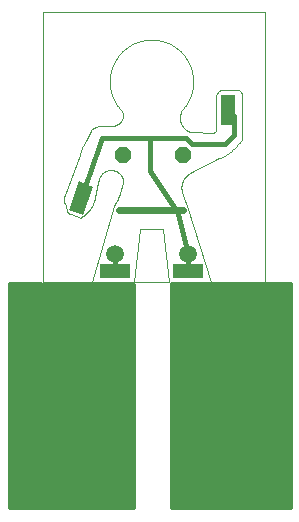
<source format=gbl>
G75*
%MOIN*%
%OFA0B0*%
%FSLAX25Y25*%
%IPPOS*%
%LPD*%
%AMOC8*
5,1,8,0,0,1.08239X$1,22.5*
%
%ADD10C,0.00000*%
%ADD11OC8,0.05200*%
%ADD12R,0.05000X0.10000*%
%ADD13R,0.10000X0.05000*%
%ADD14C,0.01600*%
%ADD15C,0.05906*%
%ADD16C,0.02400*%
%ADD17C,0.05315*%
D10*
X0026000Y0086000D02*
X0026000Y0176000D01*
X0100000Y0176000D01*
X0100000Y0086000D01*
X0082000Y0086000D01*
X0074400Y0110500D01*
X0072900Y0115000D01*
X0072901Y0115000D02*
X0072836Y0115130D01*
X0072774Y0115261D01*
X0072717Y0115394D01*
X0072662Y0115529D01*
X0072612Y0115664D01*
X0072565Y0115802D01*
X0072521Y0115940D01*
X0072482Y0116079D01*
X0072446Y0116220D01*
X0072413Y0116361D01*
X0072385Y0116503D01*
X0072360Y0116646D01*
X0072340Y0116790D01*
X0072323Y0116934D01*
X0072309Y0117078D01*
X0072300Y0117223D01*
X0072295Y0117368D01*
X0072293Y0117513D01*
X0072295Y0117658D01*
X0072301Y0117802D01*
X0072311Y0117947D01*
X0072325Y0118091D01*
X0072343Y0118235D01*
X0072364Y0118379D01*
X0072390Y0118522D01*
X0072419Y0118664D01*
X0072452Y0118805D01*
X0072488Y0118945D01*
X0072529Y0119084D01*
X0072573Y0119222D01*
X0072620Y0119359D01*
X0072672Y0119495D01*
X0072726Y0119629D01*
X0072785Y0119762D01*
X0072847Y0119893D01*
X0072912Y0120022D01*
X0072981Y0120150D01*
X0073053Y0120276D01*
X0073129Y0120399D01*
X0073208Y0120521D01*
X0073290Y0120641D01*
X0073375Y0120758D01*
X0073463Y0120873D01*
X0073555Y0120986D01*
X0073649Y0121096D01*
X0073746Y0121203D01*
X0073846Y0121308D01*
X0073949Y0121411D01*
X0074054Y0121510D01*
X0074162Y0121607D01*
X0074273Y0121701D01*
X0074386Y0121791D01*
X0074501Y0121879D01*
X0074619Y0121964D01*
X0074739Y0122045D01*
X0074861Y0122123D01*
X0074985Y0122198D01*
X0075111Y0122270D01*
X0075239Y0122338D01*
X0075239Y0122339D02*
X0084966Y0127339D01*
X0082776Y0135728D02*
X0075900Y0136000D01*
X0075767Y0136016D01*
X0075634Y0136037D01*
X0075502Y0136062D01*
X0075371Y0136090D01*
X0075241Y0136123D01*
X0075112Y0136159D01*
X0074984Y0136199D01*
X0074857Y0136243D01*
X0074731Y0136291D01*
X0074607Y0136342D01*
X0074485Y0136397D01*
X0074364Y0136455D01*
X0074245Y0136518D01*
X0074128Y0136583D01*
X0074013Y0136652D01*
X0073900Y0136725D01*
X0073789Y0136800D01*
X0073681Y0136879D01*
X0073575Y0136961D01*
X0073471Y0137047D01*
X0073370Y0137135D01*
X0073272Y0137226D01*
X0073176Y0137320D01*
X0073083Y0137417D01*
X0072993Y0137517D01*
X0072907Y0137619D01*
X0072823Y0137724D01*
X0072742Y0137831D01*
X0072665Y0137941D01*
X0072590Y0138053D01*
X0072519Y0138167D01*
X0072452Y0138283D01*
X0072388Y0138401D01*
X0072328Y0138520D01*
X0072271Y0138642D01*
X0072218Y0138765D01*
X0072168Y0138890D01*
X0072122Y0139016D01*
X0072080Y0139143D01*
X0072042Y0139272D01*
X0072007Y0139402D01*
X0071977Y0139532D01*
X0071950Y0139664D01*
X0071927Y0139796D01*
X0071908Y0139929D01*
X0071893Y0140062D01*
X0071882Y0140196D01*
X0071875Y0140330D01*
X0071872Y0140464D01*
X0071873Y0140598D01*
X0071878Y0140733D01*
X0071887Y0140866D01*
X0071900Y0141000D01*
X0072160Y0143055D01*
X0084966Y0127338D02*
X0085328Y0127490D01*
X0085685Y0127651D01*
X0086039Y0127821D01*
X0086388Y0128000D01*
X0086733Y0128187D01*
X0087073Y0128382D01*
X0087409Y0128585D01*
X0087739Y0128797D01*
X0088064Y0129017D01*
X0088384Y0129244D01*
X0088698Y0129480D01*
X0089006Y0129722D01*
X0089308Y0129973D01*
X0089603Y0130230D01*
X0089893Y0130495D01*
X0090176Y0130767D01*
X0090452Y0131046D01*
X0090721Y0131331D01*
X0090983Y0131623D01*
X0091238Y0131921D01*
X0091486Y0132225D01*
X0091726Y0132535D01*
X0091959Y0132851D01*
X0092183Y0133172D01*
X0092400Y0133499D01*
X0092400Y0133500D02*
X0092400Y0148800D01*
X0091567Y0150000D02*
X0085914Y0150000D01*
X0085826Y0149998D01*
X0085739Y0149992D01*
X0085652Y0149983D01*
X0085565Y0149969D01*
X0085479Y0149952D01*
X0085394Y0149931D01*
X0085310Y0149907D01*
X0085227Y0149878D01*
X0085145Y0149846D01*
X0085065Y0149811D01*
X0084987Y0149772D01*
X0084910Y0149730D01*
X0084835Y0149684D01*
X0084762Y0149635D01*
X0084692Y0149583D01*
X0084624Y0149528D01*
X0084558Y0149470D01*
X0084495Y0149409D01*
X0084434Y0149346D01*
X0084377Y0149280D01*
X0084322Y0149211D01*
X0084271Y0149140D01*
X0084222Y0149067D01*
X0084177Y0148992D01*
X0084135Y0148915D01*
X0084097Y0148836D01*
X0084062Y0148756D01*
X0084031Y0148674D01*
X0084003Y0148591D01*
X0083979Y0148506D01*
X0083959Y0148421D01*
X0083942Y0148335D01*
X0083929Y0148248D01*
X0083920Y0148161D01*
X0083915Y0148073D01*
X0083914Y0147986D01*
X0083971Y0139000D01*
X0083739Y0136379D01*
X0083707Y0136319D01*
X0083672Y0136262D01*
X0083633Y0136206D01*
X0083592Y0136153D01*
X0083547Y0136102D01*
X0083500Y0136054D01*
X0083450Y0136009D01*
X0083397Y0135966D01*
X0083343Y0135927D01*
X0083286Y0135891D01*
X0083227Y0135858D01*
X0083166Y0135828D01*
X0083104Y0135802D01*
X0083040Y0135780D01*
X0082975Y0135761D01*
X0082909Y0135746D01*
X0082843Y0135735D01*
X0082776Y0135728D01*
X0092400Y0148800D02*
X0092372Y0148889D01*
X0092340Y0148976D01*
X0092305Y0149062D01*
X0092267Y0149147D01*
X0092225Y0149230D01*
X0092180Y0149311D01*
X0092132Y0149390D01*
X0092080Y0149468D01*
X0092026Y0149543D01*
X0091968Y0149616D01*
X0091908Y0149686D01*
X0091845Y0149755D01*
X0091779Y0149820D01*
X0091711Y0149883D01*
X0091640Y0149943D01*
X0091566Y0150000D01*
X0072159Y0143056D02*
X0072397Y0143299D01*
X0072628Y0143548D01*
X0072853Y0143802D01*
X0073072Y0144062D01*
X0073285Y0144328D01*
X0073491Y0144598D01*
X0073690Y0144873D01*
X0073882Y0145153D01*
X0074068Y0145438D01*
X0074247Y0145727D01*
X0074418Y0146020D01*
X0074582Y0146318D01*
X0074739Y0146619D01*
X0074889Y0146924D01*
X0075031Y0147233D01*
X0075166Y0147545D01*
X0075292Y0147861D01*
X0075412Y0148179D01*
X0075523Y0148500D01*
X0075626Y0148824D01*
X0075722Y0149150D01*
X0075809Y0149478D01*
X0075889Y0149809D01*
X0075960Y0150141D01*
X0076023Y0150475D01*
X0076079Y0150810D01*
X0076125Y0151147D01*
X0076164Y0151484D01*
X0076194Y0151823D01*
X0076217Y0152162D01*
X0076230Y0152502D01*
X0076236Y0152841D01*
X0076233Y0153181D01*
X0076222Y0153521D01*
X0076203Y0153860D01*
X0076175Y0154199D01*
X0076139Y0154537D01*
X0076095Y0154874D01*
X0076043Y0155210D01*
X0075982Y0155544D01*
X0075914Y0155877D01*
X0075837Y0156208D01*
X0075752Y0156537D01*
X0075659Y0156864D01*
X0075558Y0157188D01*
X0075450Y0157510D01*
X0075333Y0157830D01*
X0075209Y0158146D01*
X0075077Y0158459D01*
X0074937Y0158769D01*
X0074790Y0159075D01*
X0074636Y0159378D01*
X0074474Y0159677D01*
X0074305Y0159972D01*
X0074128Y0160262D01*
X0073945Y0160548D01*
X0073755Y0160830D01*
X0073558Y0161107D01*
X0073354Y0161379D01*
X0073144Y0161646D01*
X0072927Y0161907D01*
X0072704Y0162164D01*
X0072474Y0162415D01*
X0072239Y0162660D01*
X0071998Y0162899D01*
X0071751Y0163132D01*
X0071498Y0163360D01*
X0071240Y0163581D01*
X0070976Y0163795D01*
X0070708Y0164004D01*
X0070434Y0164205D01*
X0070156Y0164400D01*
X0069872Y0164588D01*
X0069585Y0164769D01*
X0069293Y0164943D01*
X0068997Y0165109D01*
X0068697Y0165269D01*
X0068393Y0165421D01*
X0068085Y0165566D01*
X0067774Y0165703D01*
X0067460Y0165832D01*
X0067143Y0165954D01*
X0066822Y0166068D01*
X0066500Y0166174D01*
X0066174Y0166272D01*
X0065846Y0166362D01*
X0065517Y0166444D01*
X0065185Y0166518D01*
X0064852Y0166584D01*
X0064517Y0166642D01*
X0064181Y0166692D01*
X0063843Y0166733D01*
X0063505Y0166766D01*
X0063166Y0166791D01*
X0062827Y0166808D01*
X0062487Y0166816D01*
X0062147Y0166816D01*
X0061807Y0166808D01*
X0061468Y0166791D01*
X0061129Y0166766D01*
X0060791Y0166733D01*
X0060453Y0166692D01*
X0060117Y0166642D01*
X0059782Y0166584D01*
X0059449Y0166518D01*
X0059117Y0166444D01*
X0058788Y0166362D01*
X0058460Y0166272D01*
X0058134Y0166174D01*
X0057812Y0166068D01*
X0057491Y0165954D01*
X0057174Y0165832D01*
X0056860Y0165703D01*
X0056549Y0165566D01*
X0056241Y0165421D01*
X0055937Y0165269D01*
X0055637Y0165109D01*
X0055341Y0164943D01*
X0055049Y0164769D01*
X0054762Y0164588D01*
X0054478Y0164400D01*
X0054200Y0164205D01*
X0053926Y0164004D01*
X0053658Y0163795D01*
X0053394Y0163581D01*
X0053136Y0163360D01*
X0052883Y0163132D01*
X0052636Y0162899D01*
X0052395Y0162660D01*
X0052160Y0162415D01*
X0051930Y0162164D01*
X0051707Y0161907D01*
X0051490Y0161646D01*
X0051280Y0161379D01*
X0051076Y0161107D01*
X0050879Y0160830D01*
X0050689Y0160548D01*
X0050506Y0160262D01*
X0050329Y0159972D01*
X0050160Y0159677D01*
X0049998Y0159378D01*
X0049844Y0159075D01*
X0049697Y0158769D01*
X0049557Y0158459D01*
X0049425Y0158146D01*
X0049301Y0157830D01*
X0049184Y0157510D01*
X0049076Y0157188D01*
X0048975Y0156864D01*
X0048882Y0156537D01*
X0048797Y0156208D01*
X0048720Y0155877D01*
X0048652Y0155544D01*
X0048591Y0155210D01*
X0048539Y0154874D01*
X0048495Y0154537D01*
X0048459Y0154199D01*
X0048431Y0153860D01*
X0048412Y0153521D01*
X0048401Y0153181D01*
X0048398Y0152841D01*
X0048404Y0152502D01*
X0048417Y0152162D01*
X0048440Y0151823D01*
X0048470Y0151484D01*
X0048509Y0151147D01*
X0048555Y0150810D01*
X0048611Y0150475D01*
X0048674Y0150141D01*
X0048745Y0149809D01*
X0048825Y0149478D01*
X0048912Y0149150D01*
X0049008Y0148824D01*
X0049111Y0148500D01*
X0049222Y0148179D01*
X0049342Y0147861D01*
X0049468Y0147545D01*
X0049603Y0147233D01*
X0049745Y0146924D01*
X0049895Y0146619D01*
X0050052Y0146318D01*
X0050216Y0146020D01*
X0050387Y0145727D01*
X0050566Y0145438D01*
X0050752Y0145153D01*
X0050944Y0144873D01*
X0051143Y0144598D01*
X0051349Y0144328D01*
X0051562Y0144062D01*
X0051781Y0143802D01*
X0052006Y0143548D01*
X0052237Y0143299D01*
X0052475Y0143056D01*
X0052475Y0143055D02*
X0052900Y0142000D01*
X0052898Y0141874D01*
X0052892Y0141749D01*
X0052882Y0141624D01*
X0052868Y0141499D01*
X0052851Y0141374D01*
X0052829Y0141250D01*
X0052804Y0141127D01*
X0052774Y0141005D01*
X0052741Y0140884D01*
X0052704Y0140764D01*
X0052664Y0140645D01*
X0052619Y0140528D01*
X0052571Y0140411D01*
X0052519Y0140297D01*
X0052464Y0140184D01*
X0052405Y0140073D01*
X0052343Y0139964D01*
X0052277Y0139857D01*
X0052208Y0139752D01*
X0052136Y0139649D01*
X0052061Y0139548D01*
X0051982Y0139450D01*
X0051900Y0139355D01*
X0051816Y0139262D01*
X0051728Y0139172D01*
X0051638Y0139084D01*
X0051545Y0139000D01*
X0051450Y0138918D01*
X0051352Y0138839D01*
X0051251Y0138764D01*
X0051148Y0138692D01*
X0051043Y0138623D01*
X0050936Y0138557D01*
X0050827Y0138495D01*
X0050716Y0138436D01*
X0050603Y0138381D01*
X0050489Y0138329D01*
X0050372Y0138281D01*
X0050255Y0138236D01*
X0050136Y0138196D01*
X0050016Y0138159D01*
X0049895Y0138126D01*
X0049773Y0138096D01*
X0049650Y0138071D01*
X0049526Y0138049D01*
X0049401Y0138032D01*
X0049276Y0138018D01*
X0049151Y0138008D01*
X0049026Y0138002D01*
X0048900Y0138000D01*
X0046023Y0138000D01*
X0042001Y0136521D02*
X0040363Y0133075D01*
X0042001Y0136520D02*
X0042098Y0136620D01*
X0042198Y0136716D01*
X0042300Y0136809D01*
X0042406Y0136900D01*
X0042513Y0136987D01*
X0042623Y0137072D01*
X0042736Y0137153D01*
X0042851Y0137231D01*
X0042968Y0137305D01*
X0043087Y0137376D01*
X0043208Y0137444D01*
X0043331Y0137508D01*
X0043455Y0137569D01*
X0043582Y0137626D01*
X0043710Y0137680D01*
X0043839Y0137729D01*
X0043970Y0137775D01*
X0044102Y0137818D01*
X0044236Y0137856D01*
X0044370Y0137891D01*
X0044505Y0137922D01*
X0044641Y0137948D01*
X0044778Y0137971D01*
X0044915Y0137990D01*
X0045053Y0138005D01*
X0045192Y0138017D01*
X0045330Y0138024D01*
X0045469Y0138027D01*
X0045607Y0138026D01*
X0045746Y0138021D01*
X0045884Y0138012D01*
X0046023Y0138000D01*
X0038426Y0128242D02*
X0033400Y0114929D01*
X0038674Y0107522D02*
X0038879Y0107640D01*
X0039081Y0107762D01*
X0039280Y0107890D01*
X0039477Y0108022D01*
X0039669Y0108159D01*
X0039859Y0108300D01*
X0040045Y0108446D01*
X0040227Y0108597D01*
X0040406Y0108751D01*
X0040581Y0108910D01*
X0040752Y0109074D01*
X0040919Y0109241D01*
X0041082Y0109412D01*
X0041241Y0109587D01*
X0041396Y0109766D01*
X0041546Y0109949D01*
X0041692Y0110135D01*
X0041833Y0110325D01*
X0041970Y0110517D01*
X0042102Y0110714D01*
X0042229Y0110913D01*
X0042352Y0111115D01*
X0042469Y0111320D01*
X0042582Y0111528D01*
X0042689Y0111739D01*
X0042792Y0111952D01*
X0042889Y0112168D01*
X0042981Y0112386D01*
X0043068Y0112605D01*
X0043149Y0112827D01*
X0043225Y0113051D01*
X0043296Y0113277D01*
X0043361Y0113504D01*
X0043421Y0113733D01*
X0043475Y0113963D01*
X0043524Y0114195D01*
X0043567Y0114427D01*
X0043604Y0114661D01*
X0043636Y0114895D01*
X0043662Y0115130D01*
X0043683Y0115366D01*
X0043697Y0115602D01*
X0043707Y0115838D01*
X0043706Y0115838D02*
X0044200Y0117800D01*
X0044800Y0120300D01*
X0044835Y0120423D01*
X0044875Y0120545D01*
X0044918Y0120666D01*
X0044965Y0120785D01*
X0045016Y0120903D01*
X0045070Y0121019D01*
X0045128Y0121134D01*
X0045189Y0121247D01*
X0045254Y0121357D01*
X0045322Y0121466D01*
X0045394Y0121573D01*
X0045468Y0121677D01*
X0045546Y0121779D01*
X0045627Y0121878D01*
X0045711Y0121975D01*
X0045798Y0122070D01*
X0045888Y0122161D01*
X0045981Y0122250D01*
X0046076Y0122336D01*
X0046174Y0122419D01*
X0046274Y0122499D01*
X0046377Y0122576D01*
X0046482Y0122649D01*
X0046590Y0122719D01*
X0046699Y0122786D01*
X0046811Y0122850D01*
X0046924Y0122910D01*
X0047039Y0122966D01*
X0047156Y0123019D01*
X0047275Y0123068D01*
X0047394Y0123114D01*
X0047516Y0123156D01*
X0047638Y0123194D01*
X0047762Y0123229D01*
X0047886Y0123259D01*
X0048012Y0123286D01*
X0048138Y0123309D01*
X0048265Y0123328D01*
X0048392Y0123343D01*
X0048520Y0123354D01*
X0048648Y0123361D01*
X0048777Y0123364D01*
X0048905Y0123363D01*
X0049033Y0123358D01*
X0049161Y0123350D01*
X0049289Y0123337D01*
X0049416Y0123320D01*
X0049543Y0123300D01*
X0049669Y0123276D01*
X0049794Y0123247D01*
X0049918Y0123215D01*
X0050041Y0123179D01*
X0050163Y0123140D01*
X0050284Y0123096D01*
X0050403Y0123049D01*
X0050521Y0122998D01*
X0050637Y0122944D01*
X0050752Y0122886D01*
X0050864Y0122825D01*
X0050975Y0122760D01*
X0051084Y0122691D01*
X0051190Y0122620D01*
X0051294Y0122545D01*
X0051396Y0122467D01*
X0051496Y0122386D01*
X0051593Y0122302D01*
X0051687Y0122215D01*
X0051778Y0122125D01*
X0051867Y0122032D01*
X0051953Y0121937D01*
X0052036Y0121839D01*
X0052115Y0121738D01*
X0052192Y0121635D01*
X0052265Y0121530D01*
X0052336Y0121423D01*
X0052402Y0121313D01*
X0052466Y0121202D01*
X0052526Y0121088D01*
X0052582Y0120973D01*
X0052635Y0120856D01*
X0052684Y0120737D01*
X0052730Y0120617D01*
X0052771Y0120496D01*
X0052809Y0120374D01*
X0052844Y0120250D01*
X0052874Y0120125D01*
X0052901Y0120000D01*
X0038426Y0128242D02*
X0038499Y0128583D01*
X0038581Y0128922D01*
X0038671Y0129260D01*
X0038769Y0129595D01*
X0038875Y0129927D01*
X0038989Y0130257D01*
X0039111Y0130584D01*
X0039241Y0130908D01*
X0039378Y0131229D01*
X0039524Y0131546D01*
X0039677Y0131860D01*
X0039837Y0132170D01*
X0040005Y0132476D01*
X0040180Y0132778D01*
X0040363Y0133075D01*
X0052900Y0120000D02*
X0052798Y0119404D01*
X0052682Y0118811D01*
X0052551Y0118221D01*
X0052406Y0117635D01*
X0052247Y0117052D01*
X0052074Y0116473D01*
X0051887Y0115898D01*
X0051686Y0115328D01*
X0051471Y0114764D01*
X0051242Y0114204D01*
X0051000Y0113651D01*
X0050745Y0113103D01*
X0050476Y0112562D01*
X0050195Y0112027D01*
X0049900Y0111500D01*
X0042500Y0086000D01*
X0026000Y0086000D01*
X0035359Y0108622D02*
X0038674Y0107522D01*
X0035359Y0108622D02*
X0035280Y0108647D01*
X0035202Y0108675D01*
X0035125Y0108707D01*
X0035050Y0108743D01*
X0034977Y0108782D01*
X0034905Y0108824D01*
X0034836Y0108870D01*
X0034768Y0108919D01*
X0034704Y0108971D01*
X0034641Y0109025D01*
X0034581Y0109083D01*
X0034524Y0109143D01*
X0034470Y0109206D01*
X0034418Y0109271D01*
X0034370Y0109339D01*
X0034325Y0109409D01*
X0034283Y0109480D01*
X0034244Y0109554D01*
X0034209Y0109629D01*
X0034178Y0109706D01*
X0034150Y0109784D01*
X0034125Y0109864D01*
X0034105Y0109944D01*
X0034088Y0110026D01*
X0033400Y0112280D01*
X0033400Y0112279D02*
X0033358Y0112390D01*
X0033320Y0112501D01*
X0033286Y0112614D01*
X0033255Y0112728D01*
X0033229Y0112843D01*
X0033205Y0112959D01*
X0033186Y0113075D01*
X0033171Y0113192D01*
X0033159Y0113309D01*
X0033151Y0113427D01*
X0033147Y0113545D01*
X0033147Y0113663D01*
X0033151Y0113781D01*
X0033159Y0113899D01*
X0033171Y0114016D01*
X0033186Y0114133D01*
X0033205Y0114249D01*
X0033229Y0114365D01*
X0033255Y0114480D01*
X0033286Y0114594D01*
X0033320Y0114707D01*
X0033358Y0114818D01*
X0033400Y0114929D01*
X0058380Y0103622D02*
X0056500Y0086000D01*
X0068000Y0086000D01*
X0066254Y0103622D01*
X0058380Y0103622D01*
D11*
X0052900Y0128500D03*
X0072900Y0128500D03*
D12*
X0087900Y0143500D03*
G36*
X0039539Y0108447D02*
X0034841Y0110157D01*
X0038261Y0119553D01*
X0042959Y0117843D01*
X0039539Y0108447D01*
G37*
D13*
X0050300Y0089600D03*
X0074600Y0089600D03*
D14*
X0056000Y0011000D02*
X0015000Y0011000D01*
X0015000Y0085500D01*
X0025227Y0085500D01*
X0025627Y0085100D01*
X0042372Y0085100D01*
X0042607Y0085032D01*
X0042731Y0085100D01*
X0042873Y0085100D01*
X0043046Y0085273D01*
X0043260Y0085391D01*
X0043292Y0085500D01*
X0055727Y0085500D01*
X0055830Y0085397D01*
X0056000Y0085187D01*
X0056000Y0011000D01*
X0015000Y0011000D01*
X0015000Y0012599D02*
X0056000Y0012599D01*
X0056000Y0014197D02*
X0015000Y0014197D01*
X0015000Y0015796D02*
X0056000Y0015796D01*
X0056000Y0017394D02*
X0015000Y0017394D01*
X0015000Y0018993D02*
X0056000Y0018993D01*
X0056000Y0020591D02*
X0015000Y0020591D01*
X0015000Y0022190D02*
X0056000Y0022190D01*
X0056000Y0023788D02*
X0015000Y0023788D01*
X0015000Y0025387D02*
X0056000Y0025387D01*
X0056000Y0026985D02*
X0015000Y0026985D01*
X0015000Y0028584D02*
X0056000Y0028584D01*
X0056000Y0030182D02*
X0015000Y0030182D01*
X0015000Y0031781D02*
X0056000Y0031781D01*
X0056000Y0033379D02*
X0015000Y0033379D01*
X0015000Y0034978D02*
X0056000Y0034978D01*
X0056000Y0036576D02*
X0015000Y0036576D01*
X0015000Y0038175D02*
X0056000Y0038175D01*
X0056000Y0039773D02*
X0015000Y0039773D01*
X0015000Y0041372D02*
X0056000Y0041372D01*
X0056000Y0042970D02*
X0015000Y0042970D01*
X0015000Y0044569D02*
X0056000Y0044569D01*
X0056000Y0046167D02*
X0015000Y0046167D01*
X0015000Y0047766D02*
X0056000Y0047766D01*
X0056000Y0049364D02*
X0015000Y0049364D01*
X0015000Y0050963D02*
X0056000Y0050963D01*
X0056000Y0052561D02*
X0015000Y0052561D01*
X0015000Y0054160D02*
X0056000Y0054160D01*
X0056000Y0055758D02*
X0015000Y0055758D01*
X0015000Y0057357D02*
X0056000Y0057357D01*
X0056000Y0058955D02*
X0015000Y0058955D01*
X0015000Y0060554D02*
X0056000Y0060554D01*
X0056000Y0062152D02*
X0015000Y0062152D01*
X0015000Y0063751D02*
X0056000Y0063751D01*
X0056000Y0065349D02*
X0015000Y0065349D01*
X0015000Y0066948D02*
X0056000Y0066948D01*
X0056000Y0068546D02*
X0015000Y0068546D01*
X0015000Y0070145D02*
X0056000Y0070145D01*
X0056000Y0071743D02*
X0015000Y0071743D01*
X0015000Y0073342D02*
X0056000Y0073342D01*
X0056000Y0074940D02*
X0015000Y0074940D01*
X0015000Y0076539D02*
X0056000Y0076539D01*
X0056000Y0078137D02*
X0015000Y0078137D01*
X0015000Y0079736D02*
X0056000Y0079736D01*
X0056000Y0081334D02*
X0015000Y0081334D01*
X0015000Y0082933D02*
X0056000Y0082933D01*
X0056000Y0084532D02*
X0015000Y0084532D01*
X0038900Y0114000D02*
X0045900Y0134000D01*
X0061900Y0134000D01*
X0073900Y0134000D01*
X0075900Y0132000D01*
X0086900Y0132000D01*
X0089900Y0135000D01*
X0089900Y0141500D01*
X0087900Y0143500D01*
X0061900Y0134000D02*
X0061900Y0123000D01*
X0070557Y0110000D01*
X0070814Y0110125D01*
X0070900Y0110000D01*
X0074500Y0095500D01*
X0074600Y0089600D01*
X0069000Y0085500D02*
X0081213Y0085500D01*
X0081251Y0085377D01*
X0081460Y0085267D01*
X0081627Y0085100D01*
X0081778Y0085100D01*
X0081911Y0085030D01*
X0082136Y0085100D01*
X0100373Y0085100D01*
X0100773Y0085500D01*
X0108500Y0085500D01*
X0108500Y0011000D01*
X0069000Y0011000D01*
X0108500Y0011000D01*
X0108500Y0012599D02*
X0069000Y0012599D01*
X0069000Y0014197D02*
X0108500Y0014197D01*
X0108500Y0015796D02*
X0069000Y0015796D01*
X0069000Y0017394D02*
X0108500Y0017394D01*
X0108500Y0018993D02*
X0069000Y0018993D01*
X0069000Y0020591D02*
X0108500Y0020591D01*
X0108500Y0022190D02*
X0069000Y0022190D01*
X0069000Y0023788D02*
X0108500Y0023788D01*
X0108500Y0025387D02*
X0069000Y0025387D01*
X0069000Y0026985D02*
X0108500Y0026985D01*
X0108500Y0028584D02*
X0069000Y0028584D01*
X0069000Y0030182D02*
X0108500Y0030182D01*
X0108500Y0031781D02*
X0069000Y0031781D01*
X0069000Y0033379D02*
X0108500Y0033379D01*
X0108500Y0034978D02*
X0069000Y0034978D01*
X0069000Y0036576D02*
X0108500Y0036576D01*
X0108500Y0038175D02*
X0069000Y0038175D01*
X0069000Y0039773D02*
X0108500Y0039773D01*
X0108500Y0041372D02*
X0069000Y0041372D01*
X0069000Y0042970D02*
X0108500Y0042970D01*
X0108500Y0044569D02*
X0069000Y0044569D01*
X0069000Y0046167D02*
X0108500Y0046167D01*
X0108500Y0047766D02*
X0069000Y0047766D01*
X0069000Y0049364D02*
X0108500Y0049364D01*
X0108500Y0050963D02*
X0069000Y0050963D01*
X0069000Y0052561D02*
X0108500Y0052561D01*
X0108500Y0054160D02*
X0069000Y0054160D01*
X0069000Y0055758D02*
X0108500Y0055758D01*
X0108500Y0057357D02*
X0069000Y0057357D01*
X0069000Y0058955D02*
X0108500Y0058955D01*
X0108500Y0060554D02*
X0069000Y0060554D01*
X0069000Y0062152D02*
X0108500Y0062152D01*
X0108500Y0063751D02*
X0069000Y0063751D01*
X0069000Y0065349D02*
X0108500Y0065349D01*
X0108500Y0066948D02*
X0069000Y0066948D01*
X0069000Y0068546D02*
X0108500Y0068546D01*
X0108500Y0070145D02*
X0069000Y0070145D01*
X0069000Y0071743D02*
X0108500Y0071743D01*
X0108500Y0073342D02*
X0069000Y0073342D01*
X0069000Y0074940D02*
X0108500Y0074940D01*
X0108500Y0076539D02*
X0069000Y0076539D01*
X0069000Y0078137D02*
X0108500Y0078137D01*
X0108500Y0079736D02*
X0069000Y0079736D01*
X0069000Y0081334D02*
X0108500Y0081334D01*
X0108500Y0082933D02*
X0069000Y0082933D01*
X0069000Y0084532D02*
X0108500Y0084532D01*
X0069000Y0085500D02*
X0069000Y0011000D01*
X0050300Y0089600D02*
X0050300Y0095500D01*
D15*
X0050300Y0095500D03*
X0074500Y0095500D03*
D16*
X0072700Y0110000D02*
X0070557Y0110000D01*
X0070814Y0110125D02*
X0051900Y0110125D01*
X0051400Y0110100D01*
D17*
X0050300Y0022000D03*
X0074500Y0022000D03*
M02*

</source>
